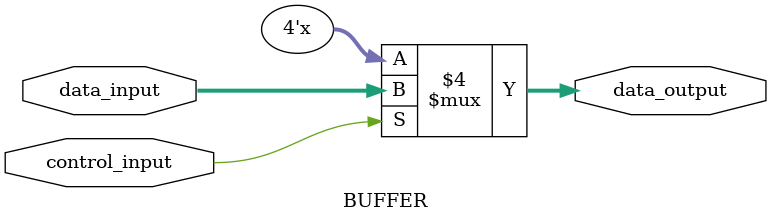
<source format=v>
module BUFFER (control_input, data_input, data_output);

input control_input;
input [3:0] data_input; 
output [3:0] data_output;

reg [3:0] data_output;

always @(control_input or data_input) 
begin
	if(control_input == 1)
		data_output = data_input;
	else
		data_output = 4'bzzzz;
end

endmodule

</source>
